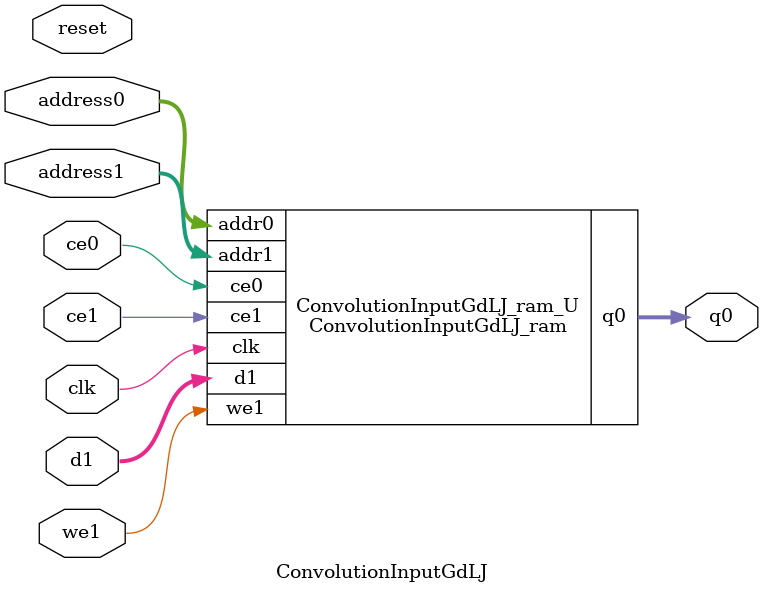
<source format=v>

`timescale 1 ns / 1 ps
module ConvolutionInputGdLJ_ram (addr0, ce0, q0, addr1, ce1, d1, we1,  clk);

parameter DWIDTH = 64;
parameter AWIDTH = 5;
parameter MEM_SIZE = 20;

input[AWIDTH-1:0] addr0;
input ce0;
output reg[DWIDTH-1:0] q0;
input[AWIDTH-1:0] addr1;
input ce1;
input[DWIDTH-1:0] d1;
input we1;
input clk;

reg [DWIDTH-1:0] ram[0:MEM_SIZE-1];




always @(posedge clk)  
begin 
    if (ce0) 
    begin
            q0 <= ram[addr0];
    end
end


always @(posedge clk)  
begin 
    if (ce1) 
    begin
        if (we1) 
        begin 
            ram[addr1] <= d1; 
        end 
    end
end


endmodule


`timescale 1 ns / 1 ps
module ConvolutionInputGdLJ(
    reset,
    clk,
    address0,
    ce0,
    q0,
    address1,
    ce1,
    we1,
    d1);

parameter DataWidth = 32'd64;
parameter AddressRange = 32'd20;
parameter AddressWidth = 32'd5;
input reset;
input clk;
input[AddressWidth - 1:0] address0;
input ce0;
output[DataWidth - 1:0] q0;
input[AddressWidth - 1:0] address1;
input ce1;
input we1;
input[DataWidth - 1:0] d1;



ConvolutionInputGdLJ_ram ConvolutionInputGdLJ_ram_U(
    .clk( clk ),
    .addr0( address0 ),
    .ce0( ce0 ),
    .q0( q0 ),
    .addr1( address1 ),
    .ce1( ce1 ),
    .we1( we1 ),
    .d1( d1 ));

endmodule


</source>
